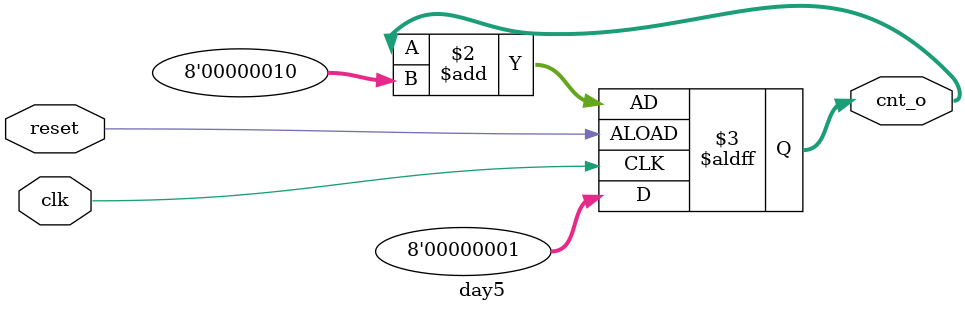
<source format=sv>

module day5 (
  input     wire        clk,
  input     wire        reset,

  output    logic[7:0]  cnt_o
);

  always_ff@(posedge clk or negedge reset) begin
    if(reset)
      cnt_o <= 8'h1;
    else
      cnt_o <= cnt_o + 8'h2;
  end
  

endmodule

</source>
